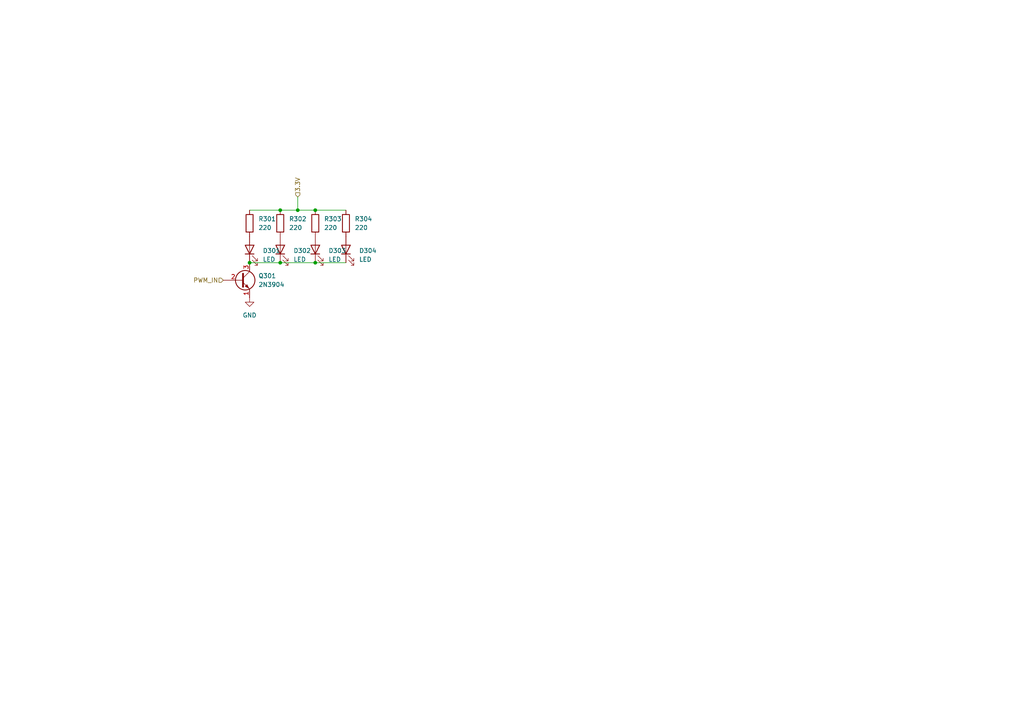
<source format=kicad_sch>
(kicad_sch (version 20230121) (generator eeschema)
  (paper "A4")
  (lib_symbols
    (symbol "Device:LED" (pin_numbers hide) (pin_names (offset 1.016) hide)
      (property "Reference" "D" (at 0 2.54 0))
      (property "Value" "LED" (at 0 -2.54 0))
      (symbol "LED_0_1"
        (polyline (pts (xy -1.27 -1.27) (xy -1.27 1.27)) (stroke (width 0.254)))
        (polyline (pts (xy -1.27 0) (xy 1.27 0)))
        (polyline (pts (xy 1.27 -1.27) (xy 1.27 1.27) (xy -1.27 0) (xy 1.27 -1.27)) (stroke (width 0.254)))
        (polyline (pts (xy -3.048 -0.762) (xy -4.572 -2.286) (xy -3.81 -2.286) (xy -4.572 -2.286) (xy -4.572 -1.524)))
        (polyline (pts (xy -1.778 -0.762) (xy -3.302 -2.286) (xy -2.54 -2.286) (xy -3.302 -2.286) (xy -3.302 -1.524)))
      )
      (symbol "LED_1_1"
        (pin passive line (at -3.81 0 0) (length 2.54) (name "K") (number "1"))
        (pin passive line (at 3.81 0 180) (length 2.54) (name "A") (number "2"))
      )
    )
    (symbol "Device:R" (pin_numbers hide) (pin_names (offset 0))
      (property "Reference" "R" (at 2.032 0 90))
      (property "Value" "R" (at 0 0 90))
      (symbol "R_0_1"
        (rectangle (start -1.016 -2.54) (end 1.016 2.54) (stroke (width 0.254)))
      )
      (symbol "R_1_1"
        (pin passive line (at 0 3.81 270) (length 1.27) (name "~") (number "1"))
        (pin passive line (at 0 -3.81 90) (length 1.27) (name "~") (number "2"))
      )
    )
    (symbol "Transistor_BJT:2N3904" (pin_names (offset 0) hide)
      (property "Reference" "Q" (at 5.08 1.905 0))
      (property "Value" "2N3904" (at 5.08 0 0))
      (symbol "2N3904_0_1"
        (polyline (pts (xy 0.635 0.635) (xy 2.54 2.54)))
        (polyline (pts (xy 0.635 -0.635) (xy 2.54 -2.54) (xy 2.54 -2.54)))
        (polyline (pts (xy 0.635 1.905) (xy 0.635 -1.905) (xy 0.635 -1.905)) (stroke (width 0.508)))
        (polyline (pts (xy 1.27 -1.778) (xy 1.778 -1.27) (xy 2.286 -2.286) (xy 1.27 -1.778) (xy 1.27 -1.778)) (fill (type outline)))
        (circle (center 1.27 0) (radius 2.8194) (stroke (width 0.254)))
      )
      (symbol "2N3904_1_1"
        (pin passive line (at 2.54 -5.08 90) (length 2.54) (name "E") (number "1"))
        (pin passive line (at -5.08 0 0) (length 5.715) (name "B") (number "2"))
        (pin passive line (at 2.54 5.08 270) (length 2.54) (name "C") (number "3"))
      )
    )
    (symbol "power:GND" (power) (pin_names (offset 0))
      (property "Value" "GND" (at 0 -3.81 0))
      (symbol "GND_0_1"
        (polyline (pts (xy 0 0) (xy 0 -1.27) (xy 1.27 -1.27) (xy 0 -2.54) (xy -1.27 -1.27) (xy 0 -1.27)))
      )
      (symbol "GND_1_1"
        (pin power_in line (at 0 0 270) (length 0) hide (name "GND") (number "1"))
      )
    )
  )
  (junction (at 72.39 76.2))
  (junction (at 81.28 60.96))
  (junction (at 91.44 76.2))
  (junction (at 91.44 60.96))
  (junction (at 81.28 76.2))
  (junction (at 86.36 60.96))
  (wire (pts (xy 86.36 60.96) (xy 91.44 60.96)))
  (wire (pts (xy 86.36 57.15) (xy 86.36 60.96)))
  (wire (pts (xy 91.44 60.96) (xy 100.33 60.96)))
  (wire (pts (xy 72.39 76.2) (xy 81.28 76.2)))
  (wire (pts (xy 81.28 60.96) (xy 86.36 60.96)))
  (wire (pts (xy 72.39 60.96) (xy 81.28 60.96)))
  (wire (pts (xy 91.44 76.2) (xy 100.33 76.2)))
  (wire (pts (xy 81.28 76.2) (xy 91.44 76.2)))
  (hierarchical_label "PWM_IN" (shape input) (at 64.77 81.28 180))
  (hierarchical_label "3.3V" (shape input) (at 86.36 57.15 90))
  (symbol (lib_id "Device:LED") (at 81.28 72.39 90) (unit 1)
    (property "Reference" "D302" (at 85.09 72.7075 90) (effects (justify right)))
    (property "Value" "LED" (at 85.09 75.2475 90) (effects (justify right)))
    (property "Footprint" "MyLED:LED_D5.0mm" (effects hide))
    (instances (project "LED_array" (path "" (reference "D302") (unit 1)) (path "" (reference "D402") (unit 1)) (path "" (reference "D502") (unit 1)) (path "" (reference "D602") (unit 1)) (path "" (reference "D802") (unit 1)) (path "" (reference "D902") (unit 1)) (path "" (reference "D1002") (unit 1)) (path "" (reference "D1102") (unit 1)) (path "" (reference "D1302") (unit 1)) (path "" (reference "D1402") (unit 1)) (path "" (reference "D1502") (unit 1)) (path "" (reference "D1602") (unit 1)) (path "" (reference "D1802") (unit 1)) (path "" (reference "D1902") (unit 1)) (path "" (reference "D2002") (unit 1)) (path "" (reference "D2102") (unit 1))))
  )
  (symbol (lib_id "power:GND") (at 72.39 86.36 0) (unit 1)
    (property "Reference" "#PWR0301" (effects hide))
    (property "Value" "GND" (at 72.39 91.44 0))
    (instances (project "LED_array" (path "" (reference "#PWR0301") (unit 1)) (path "" (reference "#PWR0401") (unit 1)) (path "" (reference "#PWR0501") (unit 1)) (path "" (reference "#PWR0601") (unit 1)) (path "" (reference "#PWR0801") (unit 1)) (path "" (reference "#PWR0901") (unit 1)) (path "" (reference "#PWR01001") (unit 1)) (path "" (reference "#PWR01101") (unit 1)) (path "" (reference "#PWR01301") (unit 1)) (path "" (reference "#PWR01401") (unit 1)) (path "" (reference "#PWR01501") (unit 1)) (path "" (reference "#PWR01601") (unit 1)) (path "" (reference "#PWR01801") (unit 1)) (path "" (reference "#PWR01901") (unit 1)) (path "" (reference "#PWR02001") (unit 1)) (path "" (reference "#PWR02101") (unit 1))))
  )
  (symbol (lib_id "Transistor_BJT:2N3904") (at 69.85 81.28 0) (unit 1)
    (property "Reference" "Q301" (at 74.93 80.01 0) (effects (justify left)))
    (property "Value" "2N3904" (at 74.93 82.55 0) (effects (justify left)))
    (property "Footprint" "Package_TO_SOT_THT:TO-92_Inline" (effects hide))
    (property "Datasheet" "https://www.onsemi.com/pub/Collateral/2N3903-D.PDF" (effects hide))
    (instances (project "LED_array" (path "" (reference "Q301") (unit 1)) (path "" (reference "Q501") (unit 1)) (path "" (reference "Q801") (unit 1)) (path "" (reference "Q901") (unit 1)) (path "" (reference "Q1001") (unit 1)) (path "" (reference "Q1101") (unit 1)) (path "" (reference "Q1801") (unit 1)) (path "" (reference "Q1901") (unit 1)) (path "" (reference "Q2001") (unit 1)) (path "" (reference "Q2101") (unit 1)) (path "" (reference "Q401") (unit 1)) (path "" (reference "Q601") (unit 1)) (path "" (reference "Q1301") (unit 1)) (path "" (reference "Q1401") (unit 1)) (path "" (reference "Q1501") (unit 1)) (path "" (reference "Q1601") (unit 1))))
  )
  (symbol (lib_id "Device:LED") (at 100.33 72.39 90) (unit 1)
    (property "Reference" "D304" (at 104.14 72.7075 90) (effects (justify right)))
    (property "Value" "LED" (at 104.14 75.2475 90) (effects (justify right)))
    (property "Footprint" "MyLED:LED_D5.0mm" (effects hide))
    (instances (project "LED_array" (path "" (reference "D304") (unit 1)) (path "" (reference "D404") (unit 1)) (path "" (reference "D504") (unit 1)) (path "" (reference "D604") (unit 1)) (path "" (reference "D804") (unit 1)) (path "" (reference "D904") (unit 1)) (path "" (reference "D1004") (unit 1)) (path "" (reference "D1104") (unit 1)) (path "" (reference "D1304") (unit 1)) (path "" (reference "D1404") (unit 1)) (path "" (reference "D1504") (unit 1)) (path "" (reference "D1604") (unit 1)) (path "" (reference "D1804") (unit 1)) (path "" (reference "D1904") (unit 1)) (path "" (reference "D2004") (unit 1)) (path "" (reference "D2104") (unit 1))))
  )
  (symbol (lib_id "Device:R") (at 81.28 64.77 0) (unit 1)
    (property "Reference" "R302" (at 83.82 63.5 0) (effects (justify left)))
    (property "Value" "220" (at 83.82 66.04 0) (effects (justify left)))
    (property "Footprint" "Resistor_THT:R_Axial_DIN0207_L6.3mm_D2.5mm_P7.62mm_Horizontal" (effects hide))
    (instances (project "LED_array" (path "" (reference "R302") (unit 1)) (path "" (reference "R402") (unit 1)) (path "" (reference "R502") (unit 1)) (path "" (reference "R602") (unit 1)) (path "" (reference "R802") (unit 1)) (path "" (reference "R902") (unit 1)) (path "" (reference "R1002") (unit 1)) (path "" (reference "R1102") (unit 1)) (path "" (reference "R1302") (unit 1)) (path "" (reference "R1402") (unit 1)) (path "" (reference "R1502") (unit 1)) (path "" (reference "R1602") (unit 1)) (path "" (reference "R1802") (unit 1)) (path "" (reference "R1902") (unit 1)) (path "" (reference "R2002") (unit 1)) (path "" (reference "R2102") (unit 1))))
  )
  (symbol (lib_id "Device:LED") (at 91.44 72.39 90) (unit 1)
    (property "Reference" "D303" (at 95.25 72.7075 90) (effects (justify right)))
    (property "Value" "LED" (at 95.25 75.2475 90) (effects (justify right)))
    (property "Footprint" "MyLED:LED_D5.0mm" (effects hide))
    (instances (project "LED_array" (path "" (reference "D303") (unit 1)) (path "" (reference "D403") (unit 1)) (path "" (reference "D503") (unit 1)) (path "" (reference "D603") (unit 1)) (path "" (reference "D803") (unit 1)) (path "" (reference "D903") (unit 1)) (path "" (reference "D1003") (unit 1)) (path "" (reference "D1103") (unit 1)) (path "" (reference "D1303") (unit 1)) (path "" (reference "D1403") (unit 1)) (path "" (reference "D1503") (unit 1)) (path "" (reference "D1603") (unit 1)) (path "" (reference "D1803") (unit 1)) (path "" (reference "D1903") (unit 1)) (path "" (reference "D2003") (unit 1)) (path "" (reference "D2103") (unit 1))))
  )
  (symbol (lib_id "Device:R") (at 91.44 64.77 0) (unit 1)
    (property "Reference" "R303" (at 93.98 63.5 0) (effects (justify left)))
    (property "Value" "220" (at 93.98 66.04 0) (effects (justify left)))
    (property "Footprint" "Resistor_THT:R_Axial_DIN0207_L6.3mm_D2.5mm_P7.62mm_Horizontal" (effects hide))
    (instances (project "LED_array" (path "" (reference "R303") (unit 1)) (path "" (reference "R403") (unit 1)) (path "" (reference "R503") (unit 1)) (path "" (reference "R603") (unit 1)) (path "" (reference "R803") (unit 1)) (path "" (reference "R903") (unit 1)) (path "" (reference "R1003") (unit 1)) (path "" (reference "R1103") (unit 1)) (path "" (reference "R1303") (unit 1)) (path "" (reference "R1403") (unit 1)) (path "" (reference "R1503") (unit 1)) (path "" (reference "R1603") (unit 1)) (path "" (reference "R1803") (unit 1)) (path "" (reference "R1903") (unit 1)) (path "" (reference "R2003") (unit 1)) (path "" (reference "R2103") (unit 1))))
  )
  (symbol (lib_id "Device:R") (at 100.33 64.77 0) (unit 1)
    (property "Reference" "R304" (at 102.87 63.5 0) (effects (justify left)))
    (property "Value" "220" (at 102.87 66.04 0) (effects (justify left)))
    (property "Footprint" "Resistor_THT:R_Axial_DIN0207_L6.3mm_D2.5mm_P7.62mm_Horizontal" (effects hide))
    (instances (project "LED_array" (path "" (reference "R304") (unit 1)) (path "" (reference "R404") (unit 1)) (path "" (reference "R504") (unit 1)) (path "" (reference "R604") (unit 1)) (path "" (reference "R804") (unit 1)) (path "" (reference "R904") (unit 1)) (path "" (reference "R1004") (unit 1)) (path "" (reference "R1104") (unit 1)) (path "" (reference "R1304") (unit 1)) (path "" (reference "R1404") (unit 1)) (path "" (reference "R1504") (unit 1)) (path "" (reference "R1604") (unit 1)) (path "" (reference "R1804") (unit 1)) (path "" (reference "R1904") (unit 1)) (path "" (reference "R2004") (unit 1)) (path "" (reference "R2104") (unit 1))))
  )
  (symbol (lib_id "Device:R") (at 72.39 64.77 0) (unit 1)
    (property "Reference" "R301" (at 74.93 63.5 0) (effects (justify left)))
    (property "Value" "220" (at 74.93 66.04 0) (effects (justify left)))
    (property "Footprint" "Resistor_THT:R_Axial_DIN0207_L6.3mm_D2.5mm_P7.62mm_Horizontal" (effects hide))
    (instances (project "LED_array" (path "" (reference "R301") (unit 1)) (path "" (reference "R401") (unit 1)) (path "" (reference "R501") (unit 1)) (path "" (reference "R601") (unit 1)) (path "" (reference "R801") (unit 1)) (path "" (reference "R901") (unit 1)) (path "" (reference "R1001") (unit 1)) (path "" (reference "R1101") (unit 1)) (path "" (reference "R1301") (unit 1)) (path "" (reference "R1401") (unit 1)) (path "" (reference "R1501") (unit 1)) (path "" (reference "R1601") (unit 1)) (path "" (reference "R1801") (unit 1)) (path "" (reference "R1901") (unit 1)) (path "" (reference "R2001") (unit 1)) (path "" (reference "R2101") (unit 1))))
  )
  (symbol (lib_id "Device:LED") (at 72.39 72.39 90) (unit 1)
    (property "Reference" "D301" (at 76.2 72.7075 90) (effects (justify right)))
    (property "Value" "LED" (at 76.2 75.2475 90) (effects (justify right)))
    (property "Footprint" "MyLED:LED_D5.0mm" (effects hide))
    (instances (project "LED_array" (path "" (reference "D301") (unit 1)) (path "" (reference "D401") (unit 1)) (path "" (reference "D501") (unit 1)) (path "" (reference "D601") (unit 1)) (path "" (reference "D801") (unit 1)) (path "" (reference "D901") (unit 1)) (path "" (reference "D1001") (unit 1)) (path "" (reference "D1101") (unit 1)) (path "" (reference "D1301") (unit 1)) (path "" (reference "D1401") (unit 1)) (path "" (reference "D1501") (unit 1)) (path "" (reference "D1601") (unit 1)) (path "" (reference "D1801") (unit 1)) (path "" (reference "D1901") (unit 1)) (path "" (reference "D2001") (unit 1)) (path "" (reference "D2101") (unit 1))))
  )
)
</source>
